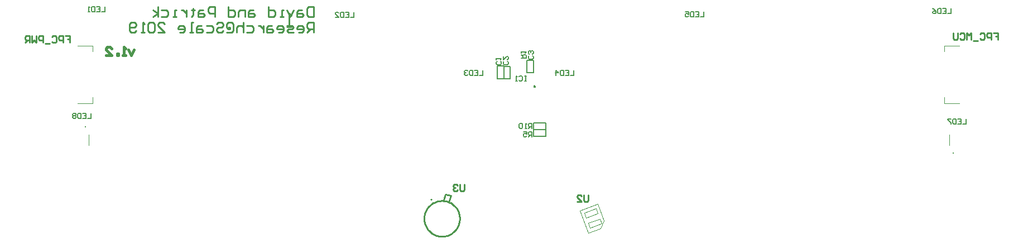
<source format=gbo>
%FSTAX23Y23*%
%MOIN*%
%SFA1B1*%

%IPPOS*%
%ADD10C,0.003900*%
%ADD11C,0.010000*%
%ADD20C,0.006000*%
%ADD62C,0.007900*%
%ADD63C,0.015000*%
%LNglasses_full_v1_small_revised-1*%
%LPD*%
G54D10*
X02594Y-00638D02*
D01*
X02594Y-00638*
X02594Y-00638*
X02594Y-00638*
X02594Y-00638*
X02594Y-00638*
X02594Y-00637*
X02594Y-00637*
X02593Y-00637*
X02593Y-00637*
X02593Y-00637*
X02593Y-00637*
X02593Y-00637*
X02593Y-00637*
X02593Y-00637*
X02593Y-00636*
X02593Y-00636*
X02593Y-00636*
X02592Y-00636*
X02592Y-00636*
X02592Y-00636*
X02592Y-00636*
X02592Y-00636*
X02592*
X02592Y-00636*
X02591Y-00636*
X02591Y-00636*
X02591Y-00636*
X02591Y-00636*
X02591Y-00636*
X02591Y-00636*
X02591Y-00637*
X02591Y-00637*
X0259Y-00637*
X0259Y-00637*
X0259Y-00637*
X0259Y-00637*
X0259Y-00637*
X0259Y-00637*
X0259Y-00637*
X0259Y-00638*
X0259Y-00638*
X0259Y-00638*
X0259Y-00638*
X0259Y-00638*
X0259Y-00638*
D01*
X0259Y-00638*
X0259Y-00638*
X0259Y-00639*
X0259Y-00639*
X0259Y-00639*
X0259Y-00639*
X0259Y-00639*
X0259Y-00639*
X0259Y-00639*
X0259Y-00639*
X0259Y-0064*
X02591Y-0064*
X02591Y-0064*
X02591Y-0064*
X02591Y-0064*
X02591Y-0064*
X02591Y-0064*
X02591Y-0064*
X02591Y-0064*
X02592Y-0064*
X02592Y-0064*
X02592Y-0064*
X02592*
X02592Y-0064*
X02592Y-0064*
X02592Y-0064*
X02593Y-0064*
X02593Y-0064*
X02593Y-0064*
X02593Y-0064*
X02593Y-0064*
X02593Y-0064*
X02593Y-0064*
X02593Y-0064*
X02593Y-00639*
X02594Y-00639*
X02594Y-00639*
X02594Y-00639*
X02594Y-00639*
X02594Y-00639*
X02594Y-00639*
X02594Y-00639*
X02594Y-00638*
X02594Y-00638*
X02594Y-00638*
X-02589Y-00481D02*
D01*
X-02589Y-00481*
X-02589Y-00481*
X-02589Y-0048*
X-02589Y-0048*
X-02589Y-0048*
X-02589Y-0048*
X-02589Y-0048*
X-02589Y-0048*
X-02589Y-0048*
X-0259Y-0048*
X-0259Y-00479*
X-0259Y-00479*
X-0259Y-00479*
X-0259Y-00479*
X-0259Y-00479*
X-0259Y-00479*
X-0259Y-00479*
X-0259Y-00479*
X-02591Y-00479*
X-02591Y-00479*
X-02591Y-00479*
X-02591Y-00479*
X-02591*
X-02591Y-00479*
X-02591Y-00479*
X-02592Y-00479*
X-02592Y-00479*
X-02592Y-00479*
X-02592Y-00479*
X-02592Y-00479*
X-02592Y-00479*
X-02592Y-00479*
X-02592Y-00479*
X-02593Y-00479*
X-02593Y-0048*
X-02593Y-0048*
X-02593Y-0048*
X-02593Y-0048*
X-02593Y-0048*
X-02593Y-0048*
X-02593Y-0048*
X-02593Y-0048*
X-02593Y-00481*
X-02593Y-00481*
X-02593Y-00481*
D01*
X-02593Y-00481*
X-02593Y-00481*
X-02593Y-00481*
X-02593Y-00481*
X-02593Y-00481*
X-02593Y-00482*
X-02593Y-00482*
X-02593Y-00482*
X-02593Y-00482*
X-02593Y-00482*
X-02593Y-00482*
X-02592Y-00482*
X-02592Y-00482*
X-02592Y-00482*
X-02592Y-00483*
X-02592Y-00483*
X-02592Y-00483*
X-02592Y-00483*
X-02592Y-00483*
X-02591Y-00483*
X-02591Y-00483*
X-02591Y-00483*
X-02591*
X-02591Y-00483*
X-02591Y-00483*
X-02591Y-00483*
X-0259Y-00483*
X-0259Y-00483*
X-0259Y-00483*
X-0259Y-00483*
X-0259Y-00482*
X-0259Y-00482*
X-0259Y-00482*
X-0259Y-00482*
X-0259Y-00482*
X-02589Y-00482*
X-02589Y-00482*
X-02589Y-00482*
X-02589Y-00482*
X-02589Y-00481*
X-02589Y-00481*
X-02589Y-00481*
X-02589Y-00481*
X-02589Y-00481*
X-02589Y-00481*
X0254Y00001D02*
X0263D01*
X0254Y-00032D02*
Y00001D01*
Y-00341D02*
X0263D01*
X0254D02*
Y-00307D01*
X0257Y-00591D02*
Y-00528D01*
X-02634Y-00341D02*
X-02545D01*
Y-00307*
X-02634Y00001D02*
X-02545D01*
Y-00032D02*
Y00001D01*
X-02569Y-00591D02*
Y-00528D01*
X00366Y-00982D02*
X00473Y-00943D01*
X00473Y-00943*
X00509Y-01041*
X00487Y-01089D02*
X00509Y-01041D01*
X00414Y-01115D02*
X00487Y-01089D01*
X00366Y-00982D02*
X00414Y-01115D01*
X00392Y-00994D02*
X00462Y-00969D01*
X00463Y-00969*
X00473Y-00998*
X00403Y-01024D02*
X00473Y-00998D01*
X00392Y-00994D02*
X00403Y-01024D01*
X00415Y-01056D02*
X00426Y-01086D01*
X00496Y-0106*
X00486Y-01031D02*
X00496Y-0106D01*
X00415Y-01056D02*
X00485Y-01031D01*
G54D11*
X-00523Y-00916D02*
D01*
X-00523Y-00916*
X-00523Y-00916*
X-00523Y-00916*
X-00523Y-00916*
X-00523Y-00916*
X-00523Y-00916*
X-00523Y-00916*
X-00523Y-00916*
X-00523Y-00915*
X-00523Y-00915*
X-00523Y-00915*
X-00523Y-00915*
X-00523Y-00915*
X-00524Y-00915*
X-00524Y-00915*
X-00524Y-00915*
X-00524Y-00915*
X-00524Y-00915*
X-00524Y-00915*
X-00524Y-00915*
X-00524Y-00915*
X-00524Y-00915*
X-00524*
X-00524Y-00915*
X-00525Y-00915*
X-00525Y-00915*
X-00525Y-00915*
X-00525Y-00915*
X-00525Y-00915*
X-00525Y-00915*
X-00525Y-00915*
X-00525Y-00915*
X-00525Y-00915*
X-00525Y-00915*
X-00525Y-00915*
X-00525Y-00915*
X-00525Y-00916*
X-00525Y-00916*
X-00525Y-00916*
X-00526Y-00916*
X-00526Y-00916*
X-00526Y-00916*
X-00526Y-00916*
X-00526Y-00916*
X-00526Y-00916*
X-00526Y-00916*
X-00526Y-00916*
X-00526Y-00916*
X-00526Y-00917*
X-00526Y-00917*
X-00525Y-00917*
X-00525Y-00917*
X-00525Y-00917*
X-00525Y-00917*
X-00525Y-00917*
X-00525Y-00917*
X-00525Y-00917*
X-00525Y-00917*
X-00525Y-00917*
X-00525Y-00917*
X-00525Y-00917*
X-00525Y-00917*
X-00525Y-00917*
X-00525Y-00917*
X-00525Y-00917*
X-00524Y-00917*
X-00524Y-00917*
X-00524*
X-00524Y-00917*
X-00524Y-00917*
X-00524Y-00917*
X-00524Y-00917*
X-00524Y-00917*
X-00524Y-00917*
X-00524Y-00917*
X-00524Y-00917*
X-00523Y-00917*
X-00523Y-00917*
X-00523Y-00917*
X-00523Y-00917*
X-00523Y-00917*
X-00523Y-00917*
X-00523Y-00917*
X-00523Y-00917*
X-00523Y-00917*
X-00523Y-00917*
X-00523Y-00916*
X-00523Y-00916*
X-00523Y-00916*
X-00523Y-00916*
X-00353Y-0103D02*
D01*
X-00353Y-01022*
X-00354Y-01015*
X-00355Y-01007*
X-00357Y-01*
X-00359Y-00993*
X-00362Y-00986*
X-00365Y-0098*
X-00369Y-00973*
X-00373Y-00967*
X-00378Y-00961*
X-00383Y-00956*
X-00388Y-00951*
X-00394Y-00946*
X-004Y-00941*
X-00406Y-00937*
X-00413Y-00934*
X-00419Y-00931*
X-00426Y-00928*
X-00433Y-00926*
X-00441Y-00925*
X-00448Y-00924*
X-00455Y-00923*
X-00463*
X-0047Y-00924*
X-00478Y-00925*
X-00485Y-00926*
X-00492Y-00928*
X-00499Y-00931*
X-00506Y-00934*
X-00512Y-00937*
X-00519Y-00941*
X-00525Y-00946*
X-0053Y-00951*
X-00536Y-00956*
X-00541Y-00961*
X-00545Y-00967*
X-00549Y-00973*
X-00553Y-0098*
X-00556Y-00986*
X-00559Y-00993*
X-00561Y-01*
X-00563Y-01007*
X-00564Y-01015*
X-00565Y-01022*
X-00565Y-0103*
X-00565Y-01037*
X-00564Y-01044*
X-00563Y-01052*
X-00561Y-01059*
X-00559Y-01066*
X-00556Y-01073*
X-00553Y-01079*
X-00549Y-01086*
X-00545Y-01092*
X-00541Y-01098*
X-00536Y-01103*
X-0053Y-01108*
X-00525Y-01113*
X-00519Y-01118*
X-00512Y-01122*
X-00506Y-01125*
X-00499Y-01128*
X-00492Y-01131*
X-00485Y-01133*
X-00478Y-01134*
X-0047Y-01135*
X-00463Y-01136*
X-00455*
X-00448Y-01135*
X-00441Y-01134*
X-00433Y-01133*
X-00426Y-01131*
X-00419Y-01128*
X-00413Y-01125*
X-00406Y-01122*
X-004Y-01118*
X-00394Y-01113*
X-00388Y-01108*
X-00383Y-01103*
X-00378Y-01098*
X-00373Y-01092*
X-00369Y-01086*
X-00365Y-01079*
X-00362Y-01073*
X-00359Y-01066*
X-00357Y-01059*
X-00355Y-01052*
X-00354Y-01044*
X-00353Y-01037*
X-00353Y-0103*
X-00448Y-0092D02*
X-00438Y-00884D01*
X-00406Y-00892*
X-00417Y-00932D02*
X-00406Y-00892D01*
X-01225Y0008D02*
Y0014D01*
X-01255*
X-01265Y0013*
Y0011*
X-01255Y001*
X-01225*
X-01245D02*
X-01265Y0008D01*
X-01315D02*
X-01295D01*
X-01285Y0009*
Y0011*
X-01295Y0012*
X-01315*
X-01325Y0011*
Y001*
X-01285*
X-01345Y0008D02*
X-01375D01*
X-01385Y0009*
X-01375Y001*
X-01355*
X-01345Y0011*
X-01355Y0012*
X-01385*
X-01435Y0008D02*
X-01415D01*
X-01405Y0009*
Y0011*
X-01415Y0012*
X-01435*
X-01445Y0011*
Y001*
X-01405*
X-01475Y0012D02*
X-01495D01*
X-01505Y0011*
Y0008*
X-01475*
X-01465Y0009*
X-01475Y001*
X-01505*
X-01525Y0012D02*
Y0008D01*
Y001*
X-01535Y0011*
X-01545Y0012*
X-01555*
X-01625D02*
X-01595D01*
X-01585Y0011*
Y0009*
X-01595Y0008*
X-01625*
X-01645Y0014D02*
Y0008D01*
Y0011*
X-01655Y0012*
X-01675*
X-01685Y0011*
Y0008*
X-01735Y001D02*
Y0011D01*
X-01725*
Y001*
X-01735*
X-01745Y0011*
Y0013*
X-01735Y0014*
X-01715*
X-01705Y0013*
Y0009*
X-01715Y0008*
X-01745*
X-01805Y0013D02*
X-01795Y0014D01*
X-01775*
X-01765Y0013*
Y0012*
X-01775Y0011*
X-01795*
X-01805Y001*
Y0009*
X-01795Y0008*
X-01775*
X-01765Y0009*
X-01865Y0012D02*
X-01835D01*
X-01825Y0011*
Y0009*
X-01835Y0008*
X-01865*
X-01895Y0012D02*
X-01915D01*
X-01925Y0011*
Y0008*
X-01895*
X-01885Y0009*
X-01895Y001*
X-01925*
X-01945Y0008D02*
X-01965D01*
X-01955*
Y0014*
X-01945*
X-02025Y0008D02*
X-02005D01*
X-01995Y0009*
Y0011*
X-02005Y0012*
X-02025*
X-02035Y0011*
Y001*
X-01995*
X-02155Y0008D02*
X-02115D01*
X-02155Y0012*
Y0013*
X-02145Y0014*
X-02125*
X-02115Y0013*
X-02175D02*
X-02185Y0014D01*
X-02205*
X-02215Y0013*
Y0009*
X-02205Y0008*
X-02185*
X-02175Y0009*
Y0013*
X-02235Y0008D02*
X-02255D01*
X-02245*
Y0014*
X-02235Y0013*
X-02285Y0009D02*
X-02295Y0008D01*
X-02315*
X-02325Y0009*
Y0013*
X-02315Y0014*
X-02295*
X-02285Y0013*
Y0012*
X-02295Y0011*
X-02325*
X-01225Y00235D02*
Y00175D01*
X-01255*
X-01265Y00185*
Y00225*
X-01255Y00235*
X-01225*
X-01295Y00215D02*
X-01315D01*
X-01325Y00205*
Y00175*
X-01295*
X-01285Y00185*
X-01295Y00195*
X-01325*
X-01345Y00215D02*
X-01365Y00175D01*
X-01385Y00215*
X-01405Y00175D02*
X-01425D01*
X-01415*
Y00215*
X-01405*
X-01495Y00235D02*
Y00175D01*
X-01465*
X-01455Y00185*
Y00205*
X-01465Y00215*
X-01495*
X-01585D02*
X-01605D01*
X-01615Y00205*
Y00175*
X-01585*
X-01575Y00185*
X-01585Y00195*
X-01615*
X-01635Y00175D02*
Y00215D01*
X-01665*
X-01675Y00205*
Y00175*
X-01735Y00235D02*
Y00175D01*
X-01705*
X-01695Y00185*
Y00205*
X-01705Y00215*
X-01735*
X-01815Y00175D02*
Y00235D01*
X-01845*
X-01855Y00225*
Y00205*
X-01845Y00195*
X-01815*
X-01885Y00215D02*
X-01905D01*
X-01915Y00205*
Y00175*
X-01885*
X-01875Y00185*
X-01885Y00195*
X-01915*
X-01945Y00225D02*
Y00215D01*
X-01935*
X-01955*
X-01945*
Y00185*
X-01955Y00175*
X-01985Y00215D02*
Y00175D01*
Y00195*
X-01995Y00205*
X-02005Y00215*
X-02015*
X-02045Y00175D02*
X-02065D01*
X-02055*
Y00215*
X-02045*
X-02135D02*
X-02105D01*
X-02095Y00205*
Y00185*
X-02105Y00175*
X-02135*
X-02155D02*
Y00235D01*
Y00195D02*
X-02185Y00215D01*
X-02155Y00195D02*
X-02185Y00175D01*
X-01359Y00115D02*
X-01386D01*
X-01372*
Y00195*
X-01359Y00181*
X02835Y00078D02*
X02862D01*
Y00058*
X02848*
X02862*
Y00038*
X02822D02*
Y00078D01*
X02802*
X02795Y00071*
Y00058*
X02802Y00051*
X02822*
X02755Y00071D02*
X02762Y00078D01*
X02775*
X02782Y00071*
Y00044*
X02775Y00038*
X02762*
X02755Y00044*
X02742Y00031D02*
X02715D01*
X02702Y00038D02*
Y00078D01*
X02688Y00064*
X02675Y00078*
Y00038*
X02635Y00071D02*
X02642Y00078D01*
X02655*
X02662Y00071*
Y00044*
X02655Y00038*
X02642*
X02635Y00044*
X02622Y00078D02*
Y00044D01*
X02615Y00038*
X02602*
X02595Y00044*
Y00078*
X-02708Y0006D02*
X-02682D01*
Y0004*
X-02695*
X-02682*
Y0002*
X-02722D02*
Y0006D01*
X-02742*
X-02748Y00053*
Y0004*
X-02742Y00033*
X-02722*
X-02788Y00053D02*
X-02782Y0006D01*
X-02768*
X-02762Y00053*
Y00026*
X-02768Y0002*
X-02782*
X-02788Y00026*
X-02802Y00013D02*
X-02828D01*
X-02841Y0002D02*
Y0006D01*
X-02861*
X-02868Y00053*
Y0004*
X-02861Y00033*
X-02841*
X-02881Y0006D02*
Y0002D01*
X-02895Y00033*
X-02908Y0002*
Y0006*
X-02921Y0002D02*
Y0006D01*
X-02941*
X-02948Y00053*
Y0004*
X-02941Y00033*
X-02921*
X-02935D02*
X-02948Y0002D01*
X-00324Y-00825D02*
Y-00858D01*
X-00331Y-00865*
X-00344*
X-00351Y-00858*
Y-00825*
X-00364Y-00831D02*
X-00371Y-00825D01*
X-00384*
X-00391Y-00831*
Y-00838*
X-00384Y-00845*
X-00377*
X-00384*
X-00391Y-00851*
Y-00858*
X-00384Y-00865*
X-00371*
X-00364Y-00858*
X00415Y-0089D02*
Y-00923D01*
X00408Y-0093*
X00395*
X00388Y-00923*
Y-0089*
X00348Y-0093D02*
X00375D01*
X00348Y-00903*
Y-00896*
X00355Y-0089*
X00368*
X00375Y-00896*
G54D20*
X00087Y-0046D02*
X00162D01*
X00087Y-00499D02*
Y-0046D01*
Y-00499D02*
X00162D01*
Y-0046*
X00087Y-005D02*
X00162D01*
X00087Y-00539D02*
Y-005D01*
Y-00539D02*
X00162D01*
Y-005*
X-0009Y-00195D02*
Y-0012D01*
X-00129D02*
X-0009D01*
X-00129Y-00195D02*
Y-0012D01*
Y-00195D02*
X-0009D01*
X-00051Y-00197D02*
Y-00122D01*
X-0009D02*
X-00051D01*
X-0009Y-00197D02*
Y-00122D01*
Y-00197D02*
X-00051D01*
X00048Y-00159D02*
Y-00084D01*
Y-00159D02*
X00087D01*
Y-00084*
X00048D02*
X00087D01*
X02582Y00224D02*
Y00194D01*
X02562*
X02532Y00224D02*
X02552D01*
Y00194*
X02532*
X02552Y00209D02*
X02542D01*
X02522Y00224D02*
Y00194D01*
X02507*
X02502Y00199*
Y00219*
X02507Y00224*
X02522*
X02472D02*
X02482Y00219D01*
X02492Y00209*
Y00199*
X02487Y00194*
X02477*
X02472Y00199*
Y00204*
X02477Y00209*
X02492*
X01104Y00204D02*
Y00174D01*
X01084*
X01054Y00204D02*
X01074D01*
Y00174*
X01054*
X01074Y00189D02*
X01064D01*
X01044Y00204D02*
Y00174D01*
X01029*
X01024Y00179*
Y00199*
X01029Y00204*
X01044*
X00994D02*
X01014D01*
Y00189*
X01004Y00194*
X00999*
X00994Y00189*
Y00179*
X00999Y00174*
X01009*
X01014Y00179*
X-00986Y00202D02*
Y00172D01*
X-01006*
X-01036Y00202D02*
X-01016D01*
Y00172*
X-01036*
X-01016Y00187D02*
X-01026D01*
X-01046Y00202D02*
Y00172D01*
X-01061*
X-01066Y00177*
Y00197*
X-01061Y00202*
X-01046*
X-01096Y00172D02*
X-01076D01*
X-01096Y00192*
Y00197*
X-01091Y00202*
X-01081*
X-01076Y00197*
X-02472Y00236D02*
Y00206D01*
X-02492*
X-02522Y00236D02*
X-02502D01*
Y00206*
X-02522*
X-02502Y00221D02*
X-02512D01*
X-02532Y00236D02*
Y00206D01*
X-02547*
X-02552Y00211*
Y00231*
X-02547Y00236*
X-02532*
X-02562Y00206D02*
X-02572D01*
X-02567*
Y00236*
X-02562Y00231*
X-00214Y-00145D02*
Y-00175D01*
X-00234*
X-00264Y-00145D02*
X-00244D01*
Y-00175*
X-00264*
X-00244Y-0016D02*
X-00254D01*
X-00274Y-00145D02*
Y-00175D01*
X-00289*
X-00294Y-0017*
Y-0015*
X-00289Y-00145*
X-00274*
X-00304Y-0015D02*
X-00309Y-00145D01*
X-00319*
X-00324Y-0015*
Y-00155*
X-00319Y-0016*
X-00314*
X-00319*
X-00324Y-00165*
Y-0017*
X-00319Y-00175*
X-00309*
X-00304Y-0017*
X00328Y-00145D02*
Y-00175D01*
X00308*
X00278Y-00145D02*
X00298D01*
Y-00175*
X00278*
X00298Y-0016D02*
X00288D01*
X00268Y-00145D02*
Y-00175D01*
X00253*
X00248Y-0017*
Y-0015*
X00253Y-00145*
X00268*
X00223Y-00175D02*
Y-00145D01*
X00238Y-0016*
X00218*
X00078Y-00492D02*
Y-00462D01*
X00063*
X00058Y-00467*
Y-00477*
X00063Y-00482*
X00078*
X00068D02*
X00058Y-00492D01*
X00048D02*
X00038D01*
X00043*
Y-00462*
X00048Y-00467*
X00023D02*
X00018Y-00462D01*
X00008*
X00003Y-00467*
Y-00487*
X00008Y-00492*
X00018*
X00023Y-00487*
Y-00467*
X00077Y-00541D02*
Y-00511D01*
X00062*
X00057Y-00516*
Y-00526*
X00062Y-00531*
X00077*
X00067D02*
X00057Y-00541D01*
X00027Y-00511D02*
X00047D01*
Y-00526*
X00037Y-00521*
X00032*
X00027Y-00526*
Y-00536*
X00032Y-00541*
X00042*
X00047Y-00536*
X00014Y-00072D02*
X00044D01*
Y-00057*
X00039Y-00052*
X00029*
X00024Y-00057*
Y-00072*
Y-00062D02*
X00014Y-00052D01*
Y-00042D02*
Y-00032D01*
Y-00037*
X00044*
X00039Y-00042*
X-02554Y-00402D02*
Y-00432D01*
X-02574*
X-02604Y-00402D02*
X-02584D01*
Y-00432*
X-02604*
X-02584Y-00417D02*
X-02594D01*
X-02614Y-00402D02*
Y-00432D01*
X-02629*
X-02634Y-00427*
Y-00407*
X-02629Y-00402*
X-02614*
X-02644Y-00407D02*
X-02649Y-00402D01*
X-02659*
X-02664Y-00407*
Y-00412*
X-02659Y-00417*
X-02664Y-00422*
Y-00427*
X-02659Y-00432*
X-02649*
X-02644Y-00427*
Y-00422*
X-02649Y-00417*
X-02644Y-00412*
Y-00407*
X-02649Y-00417D02*
X-02659D01*
X02672Y-00434D02*
Y-00464D01*
X02652*
X02622Y-00434D02*
X02642D01*
Y-00464*
X02622*
X02642Y-00449D02*
X02632D01*
X02612Y-00434D02*
Y-00464D01*
X02597*
X02592Y-00459*
Y-00439*
X02597Y-00434*
X02612*
X02582D02*
X02562D01*
Y-00439*
X02582Y-00459*
Y-00464*
X00083Y-00058D02*
X00088Y-00063D01*
Y-00073*
X00083Y-00078*
X00063*
X00058Y-00073*
Y-00063*
X00063Y-00058*
X00083Y-00048D02*
X00088Y-00043D01*
Y-00033*
X00083Y-00028*
X00078*
X00073Y-00033*
Y-00038*
Y-00033*
X00068Y-00028*
X00063*
X00058Y-00033*
Y-00043*
X00063Y-00048*
X-00067Y-00091D02*
X-00062Y-00096D01*
Y-00106*
X-00067Y-00111*
X-00087*
X-00092Y-00106*
Y-00096*
X-00087Y-00091*
X-00092Y-00061D02*
Y-00081D01*
X-00072Y-00061*
X-00067*
X-00062Y-00066*
Y-00076*
X-00067Y-00081*
X-00109Y-00092D02*
X-00104Y-00097D01*
Y-00107*
X-00109Y-00112*
X-00129*
X-00134Y-00107*
Y-00097*
X-00129Y-00092*
X-00134Y-00082D02*
Y-00072D01*
Y-00077*
X-00104*
X-00109Y-00082*
X00046Y-00178D02*
X00036D01*
X00041*
Y-00208*
X00046*
X00036*
X00001Y-00183D02*
X00006Y-00178D01*
X00016*
X00021Y-00183*
Y-00203*
X00016Y-00208*
X00006*
X00001Y-00203*
X-00009Y-00208D02*
X-00019D01*
X-00014*
Y-00178*
X-00009Y-00183*
G54D62*
X00098Y-00241D02*
D01*
X00098Y-00241*
X00098Y-0024*
X00098Y-0024*
X00098Y-0024*
X00098Y-00239*
X00098Y-00239*
X00097Y-00239*
X00097Y-00239*
X00097Y-00239*
X00097Y-00238*
X00097Y-00238*
X00097Y-00238*
X00096Y-00238*
X00096Y-00238*
X00096Y-00237*
X00096Y-00237*
X00095Y-00237*
X00095Y-00237*
X00095Y-00237*
X00095Y-00237*
X00094Y-00237*
X00094Y-00237*
X00094*
X00094Y-00237*
X00093Y-00237*
X00093Y-00237*
X00093Y-00237*
X00093Y-00237*
X00092Y-00237*
X00092Y-00237*
X00092Y-00238*
X00092Y-00238*
X00091Y-00238*
X00091Y-00238*
X00091Y-00238*
X00091Y-00239*
X00091Y-00239*
X00091Y-00239*
X0009Y-00239*
X0009Y-00239*
X0009Y-0024*
X0009Y-0024*
X0009Y-0024*
X0009Y-00241*
X0009Y-00241*
X0009Y-00241*
X0009Y-00241*
X0009Y-00242*
X0009Y-00242*
X0009Y-00242*
X0009Y-00242*
X00091Y-00243*
X00091Y-00243*
X00091Y-00243*
X00091Y-00243*
X00091Y-00244*
X00091Y-00244*
X00092Y-00244*
X00092Y-00244*
X00092Y-00244*
X00092Y-00244*
X00093Y-00244*
X00093Y-00245*
X00093Y-00245*
X00093Y-00245*
X00094Y-00245*
X00094Y-00245*
X00094*
X00094Y-00245*
X00095Y-00245*
X00095Y-00245*
X00095Y-00245*
X00095Y-00244*
X00096Y-00244*
X00096Y-00244*
X00096Y-00244*
X00096Y-00244*
X00097Y-00244*
X00097Y-00244*
X00097Y-00243*
X00097Y-00243*
X00097Y-00243*
X00097Y-00243*
X00098Y-00242*
X00098Y-00242*
X00098Y-00242*
X00098Y-00242*
X00098Y-00241*
X00098Y-00241*
X00098Y-00241*
G54D63*
X-023Y-00022D02*
X-02316Y-00056D01*
X-02333Y-00022*
X-0235Y-00056D02*
X-02366D01*
X-02358*
Y-00006*
X-0235Y-00014*
X-02391Y-00056D02*
Y-00047D01*
X-024*
Y-00056*
X-02391*
X-02466D02*
X-02433D01*
X-02466Y-00022*
Y-00014*
X-02458Y-00006*
X-02441*
X-02433Y-00014*
M02*
</source>
